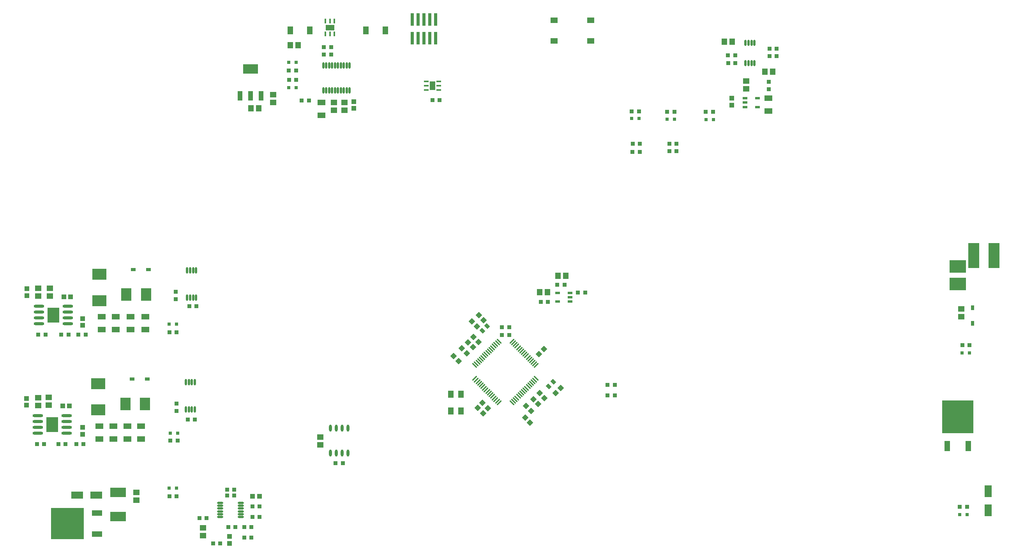
<source format=gtp>
G04*
G04 #@! TF.GenerationSoftware,Altium Limited,Altium Designer,18.1.11 (251)*
G04*
G04 Layer_Color=8421504*
%FSLAX25Y25*%
%MOIN*%
G70*
G01*
G75*
%ADD19R,0.03347X0.03543*%
%ADD20R,0.03150X0.03150*%
%ADD21R,0.26772X0.28347*%
%ADD22R,0.04528X0.08661*%
%ADD23O,0.02362X0.05906*%
G04:AMPARAMS|DCode=24|XSize=11.81mil|YSize=57.09mil|CornerRadius=0mil|HoleSize=0mil|Usage=FLASHONLY|Rotation=225.000|XOffset=0mil|YOffset=0mil|HoleType=Round|Shape=Round|*
%AMOVALD24*
21,1,0.04528,0.01181,0.00000,0.00000,315.0*
1,1,0.01181,-0.01601,0.01601*
1,1,0.01181,0.01601,-0.01601*
%
%ADD24OVALD24*%

G04:AMPARAMS|DCode=25|XSize=39.37mil|YSize=29.53mil|CornerRadius=0mil|HoleSize=0mil|Usage=FLASHONLY|Rotation=315.000|XOffset=0mil|YOffset=0mil|HoleType=Round|Shape=Rectangle|*
%AMROTATEDRECTD25*
4,1,4,-0.02436,0.00348,-0.00348,0.02436,0.02436,-0.00348,0.00348,-0.02436,-0.02436,0.00348,0.0*
%
%ADD25ROTATEDRECTD25*%

G04:AMPARAMS|DCode=26|XSize=39.37mil|YSize=41.34mil|CornerRadius=0mil|HoleSize=0mil|Usage=FLASHONLY|Rotation=45.000|XOffset=0mil|YOffset=0mil|HoleType=Round|Shape=Rectangle|*
%AMROTATEDRECTD26*
4,1,4,0.00070,-0.02854,-0.02854,0.00070,-0.00070,0.02854,0.02854,-0.00070,0.00070,-0.02854,0.0*
%
%ADD26ROTATEDRECTD26*%

G04:AMPARAMS|DCode=27|XSize=39.37mil|YSize=41.34mil|CornerRadius=0mil|HoleSize=0mil|Usage=FLASHONLY|Rotation=315.000|XOffset=0mil|YOffset=0mil|HoleType=Round|Shape=Rectangle|*
%AMROTATEDRECTD27*
4,1,4,-0.02854,-0.00070,0.00070,0.02854,0.02854,0.00070,-0.00070,-0.02854,-0.02854,-0.00070,0.0*
%
%ADD27ROTATEDRECTD27*%

%ADD28R,0.28347X0.26772*%
%ADD29R,0.08661X0.04528*%
%ADD30R,0.12205X0.09646*%
%ADD31R,0.03937X0.02953*%
%ADD32R,0.04724X0.07480*%
%ADD33R,0.03937X0.01378*%
%ADD34R,0.03000X0.11000*%
%ADD35R,0.06102X0.05118*%
%ADD36R,0.04724X0.05709*%
%ADD37R,0.03937X0.02362*%
%ADD38R,0.04921X0.06299*%
%ADD39R,0.05709X0.04724*%
G04:AMPARAMS|DCode=40|XSize=11.81mil|YSize=57.09mil|CornerRadius=0mil|HoleSize=0mil|Usage=FLASHONLY|Rotation=315.000|XOffset=0mil|YOffset=0mil|HoleType=Round|Shape=Round|*
%AMOVALD40*
21,1,0.04528,0.01181,0.00000,0.00000,45.0*
1,1,0.01181,-0.01601,-0.01601*
1,1,0.01181,0.01601,0.01601*
%
%ADD40OVALD40*%

%ADD41R,0.02953X0.03937*%
%ADD42O,0.01968X0.05315*%
%ADD43R,0.03543X0.03347*%
%ADD44R,0.07087X0.05118*%
%ADD45R,0.03937X0.04134*%
%ADD46R,0.07480X0.04724*%
%ADD47R,0.01378X0.03937*%
%ADD48R,0.05000X0.07165*%
%ADD49R,0.03937X0.08465*%
%ADD50R,0.12795X0.08465*%
%ADD51R,0.08661X0.10630*%
%ADD52R,0.04134X0.03937*%
%ADD53R,0.09843X0.12598*%
%ADD54O,0.09055X0.02362*%
%ADD55R,0.13583X0.08268*%
%ADD56O,0.01772X0.05512*%
%ADD57O,0.05315X0.01968*%
%ADD58R,0.06102X0.10039*%
%ADD59O,0.01772X0.05709*%
%ADD60R,0.09646X0.21260*%
%ADD61R,0.10039X0.06102*%
%ADD62R,0.14173X0.10630*%
D19*
X591831Y347244D02*
D03*
X597933D02*
D03*
Y353543D02*
D03*
X591831D02*
D03*
X566575Y353543D02*
D03*
X560472D02*
D03*
X560407Y346850D02*
D03*
X566510D02*
D03*
X629134Y380971D02*
D03*
X623032D02*
D03*
X590041Y380883D02*
D03*
X596143D02*
D03*
X559726Y381254D02*
D03*
X565828D02*
D03*
X454823Y196850D02*
D03*
X448721D02*
D03*
Y189961D02*
D03*
X454823D02*
D03*
X539075Y138435D02*
D03*
X545177D02*
D03*
X545136Y147441D02*
D03*
X539034D02*
D03*
X395276Y391043D02*
D03*
X389173D02*
D03*
X306398Y80315D02*
D03*
X312500D02*
D03*
X496063Y233071D02*
D03*
X502165D02*
D03*
X519882Y226378D02*
D03*
X513779D02*
D03*
X481988Y218504D02*
D03*
X488091D02*
D03*
X683776Y428839D02*
D03*
X677673D02*
D03*
Y435039D02*
D03*
X683776D02*
D03*
X648244Y422833D02*
D03*
X642142D02*
D03*
X642043Y429425D02*
D03*
X648146D02*
D03*
X277461Y390748D02*
D03*
X283563D02*
D03*
X266437Y416339D02*
D03*
X272539D02*
D03*
X266535Y408465D02*
D03*
X272638D02*
D03*
X842520Y181298D02*
D03*
X848622D02*
D03*
X84547Y96545D02*
D03*
X90650D02*
D03*
X92520Y190261D02*
D03*
X86417D02*
D03*
X77854Y190323D02*
D03*
X71752D02*
D03*
X58169D02*
D03*
X52067D02*
D03*
X75394Y96545D02*
D03*
X69291D02*
D03*
X56909Y96792D02*
D03*
X50806D02*
D03*
X219587Y52756D02*
D03*
X213484D02*
D03*
X219587Y57834D02*
D03*
X213484D02*
D03*
X187300Y214567D02*
D03*
X181198D02*
D03*
X186122Y117796D02*
D03*
X180020D02*
D03*
X170374Y51989D02*
D03*
X164272D02*
D03*
X165059Y99725D02*
D03*
X171161D02*
D03*
X170374Y192323D02*
D03*
X164272D02*
D03*
X189862Y33465D02*
D03*
X195965D02*
D03*
X235138Y43307D02*
D03*
X241240D02*
D03*
X235138Y34449D02*
D03*
X241240D02*
D03*
X234350Y25748D02*
D03*
X228248D02*
D03*
Y16732D02*
D03*
X234350D02*
D03*
X220571Y25748D02*
D03*
X214469D02*
D03*
X201673Y11811D02*
D03*
X207776D02*
D03*
X840438Y43110D02*
D03*
X846541D02*
D03*
D20*
X629624Y374410D02*
D03*
X623325D02*
D03*
X589845Y374637D02*
D03*
X596144D02*
D03*
X559726Y375394D02*
D03*
X566025D02*
D03*
X272736Y401772D02*
D03*
X266437D02*
D03*
X848622Y174605D02*
D03*
X842323D02*
D03*
X170374Y59055D02*
D03*
X164075D02*
D03*
X171260Y105966D02*
D03*
X164961D02*
D03*
X163976Y199350D02*
D03*
X170276D02*
D03*
X846642Y36417D02*
D03*
X840343D02*
D03*
X272638Y423228D02*
D03*
X266339D02*
D03*
D21*
X838583Y120079D02*
D03*
D22*
X847559Y94882D02*
D03*
X829606D02*
D03*
D23*
X301805Y110412D02*
D03*
X316805D02*
D03*
X311805D02*
D03*
X306805D02*
D03*
X316805Y89152D02*
D03*
X311805D02*
D03*
X306805D02*
D03*
X301805D02*
D03*
D24*
X428145Y166645D02*
D03*
X429536Y168037D02*
D03*
X446240Y184741D02*
D03*
X444848Y183349D02*
D03*
X443456Y181957D02*
D03*
X442064Y180565D02*
D03*
X440672Y179173D02*
D03*
X439280Y177781D02*
D03*
X437888Y176389D02*
D03*
X436496Y174997D02*
D03*
X435104Y173605D02*
D03*
X433712Y172213D02*
D03*
X432320Y170821D02*
D03*
X430928Y169429D02*
D03*
X426753Y165253D02*
D03*
X425361Y163861D02*
D03*
X457236Y131986D02*
D03*
X458628Y133378D02*
D03*
X460020Y134770D02*
D03*
X461412Y136162D02*
D03*
X462804Y137554D02*
D03*
X464196Y138946D02*
D03*
X465588Y140338D02*
D03*
X466980Y141729D02*
D03*
X468372Y143122D02*
D03*
X469764Y144513D02*
D03*
X471156Y145905D02*
D03*
X472547Y147297D02*
D03*
X473939Y148689D02*
D03*
X475331Y150081D02*
D03*
X476723Y151473D02*
D03*
X478115Y152865D02*
D03*
D25*
X432037Y193651D02*
D03*
X436073Y197688D02*
D03*
X488624Y146013D02*
D03*
X492661Y150050D02*
D03*
D26*
X432992Y202816D02*
D03*
X428816Y206992D02*
D03*
X424375Y188308D02*
D03*
X428551Y184133D02*
D03*
X427278Y197501D02*
D03*
X423103Y201677D02*
D03*
X472638Y115157D02*
D03*
X468462Y119333D02*
D03*
X411537Y167735D02*
D03*
X407361Y171911D02*
D03*
X418623Y174440D02*
D03*
X414447Y178615D02*
D03*
X419644Y183734D02*
D03*
X423820Y179558D02*
D03*
X479647Y130983D02*
D03*
X475471Y135159D02*
D03*
X480803Y140277D02*
D03*
X484979Y136101D02*
D03*
X469410Y129212D02*
D03*
X473586Y125036D02*
D03*
D27*
X494630Y140461D02*
D03*
X498805Y144637D02*
D03*
X432009Y131968D02*
D03*
X427833Y127792D02*
D03*
X432558Y123109D02*
D03*
X436734Y127285D02*
D03*
X480315Y173726D02*
D03*
X484491Y177902D02*
D03*
D28*
X77067Y28543D02*
D03*
D29*
X102264Y37520D02*
D03*
Y19567D02*
D03*
D30*
X103347Y125867D02*
D03*
Y148308D02*
D03*
X104331Y219488D02*
D03*
Y241929D02*
D03*
D31*
X132185Y152363D02*
D03*
X145374D02*
D03*
X133169Y245984D02*
D03*
X146358D02*
D03*
D32*
X389272Y403373D02*
D03*
D33*
X383878Y407113D02*
D03*
Y403373D02*
D03*
Y399633D02*
D03*
X394665Y407113D02*
D03*
Y403373D02*
D03*
Y399633D02*
D03*
D34*
X391890Y443898D02*
D03*
X386890D02*
D03*
X381890D02*
D03*
X376890D02*
D03*
X371890D02*
D03*
Y459882D02*
D03*
X376890D02*
D03*
X381890D02*
D03*
X386890D02*
D03*
X391890D02*
D03*
D35*
X493392Y459361D02*
D03*
X524691D02*
D03*
X493392Y441644D02*
D03*
X524691D02*
D03*
D36*
X503346Y240551D02*
D03*
X496654D02*
D03*
X487713Y226645D02*
D03*
X481020D02*
D03*
X638894Y441043D02*
D03*
X645587D02*
D03*
X680429Y415354D02*
D03*
X673736D02*
D03*
X233858Y383858D02*
D03*
X240551D02*
D03*
X267520Y437992D02*
D03*
X274213D02*
D03*
D37*
X506988Y218701D02*
D03*
Y222441D02*
D03*
Y226181D02*
D03*
X496161D02*
D03*
Y218701D02*
D03*
X656610Y392620D02*
D03*
Y388880D02*
D03*
Y385140D02*
D03*
X667240D02*
D03*
Y392620D02*
D03*
D38*
X413780Y139451D02*
D03*
Y124884D02*
D03*
X405118D02*
D03*
Y139451D02*
D03*
D39*
X293138Y102835D02*
D03*
Y96142D02*
D03*
X841535Y205709D02*
D03*
Y212402D02*
D03*
X657693Y400591D02*
D03*
Y407283D02*
D03*
X252953Y388976D02*
D03*
Y395669D02*
D03*
X61024Y129863D02*
D03*
Y136556D02*
D03*
X62008Y223425D02*
D03*
Y230118D02*
D03*
X52036D02*
D03*
Y223425D02*
D03*
X313976Y389173D02*
D03*
Y382480D02*
D03*
X305118D02*
D03*
Y389173D02*
D03*
X192913Y25000D02*
D03*
Y18307D02*
D03*
X135827Y48819D02*
D03*
Y55512D02*
D03*
X51839Y136497D02*
D03*
Y129804D02*
D03*
D40*
X478115Y163861D02*
D03*
X476723Y165253D02*
D03*
X475331Y166645D02*
D03*
X473939Y168037D02*
D03*
X472547Y169429D02*
D03*
X471156Y170821D02*
D03*
X469764Y172213D02*
D03*
X468372Y173605D02*
D03*
X466980Y174997D02*
D03*
X465588Y176389D02*
D03*
X464196Y177781D02*
D03*
X462804Y179173D02*
D03*
X461412Y180565D02*
D03*
X460020Y181957D02*
D03*
X458628Y183349D02*
D03*
X457236Y184741D02*
D03*
X425361Y152865D02*
D03*
X426753Y151473D02*
D03*
X428145Y150081D02*
D03*
X429536Y148689D02*
D03*
X430928Y147297D02*
D03*
X432320Y145905D02*
D03*
X433712Y144513D02*
D03*
X435104Y143122D02*
D03*
X436496Y141729D02*
D03*
X437888Y140338D02*
D03*
X439280Y138946D02*
D03*
X440672Y137554D02*
D03*
X442064Y136162D02*
D03*
X443456Y134770D02*
D03*
X444848Y133378D02*
D03*
X446240Y131986D02*
D03*
D41*
X851378Y213326D02*
D03*
Y200137D02*
D03*
D42*
X664780Y440059D02*
D03*
X662221D02*
D03*
X659662D02*
D03*
X657103D02*
D03*
X664780Y422539D02*
D03*
X662221D02*
D03*
X659662D02*
D03*
X657103D02*
D03*
D43*
X676886Y406595D02*
D03*
Y400492D02*
D03*
X302795Y430118D02*
D03*
Y436221D02*
D03*
X296299Y430118D02*
D03*
Y436221D02*
D03*
X169485Y226870D02*
D03*
Y220768D02*
D03*
X170276Y131281D02*
D03*
Y125178D02*
D03*
D44*
X676689Y392620D02*
D03*
Y381596D02*
D03*
X294449Y388976D02*
D03*
Y377953D02*
D03*
X140059Y112126D02*
D03*
Y101103D02*
D03*
X128248Y112126D02*
D03*
Y101103D02*
D03*
X116142D02*
D03*
Y112126D02*
D03*
X104331D02*
D03*
Y101103D02*
D03*
X143701Y205846D02*
D03*
Y194822D02*
D03*
X130905Y205709D02*
D03*
Y194685D02*
D03*
X118405Y205747D02*
D03*
Y194724D02*
D03*
X106299Y205747D02*
D03*
Y194724D02*
D03*
D45*
X645252Y386811D02*
D03*
Y392717D02*
D03*
X321915Y383858D02*
D03*
Y389764D02*
D03*
X89961Y105060D02*
D03*
Y110966D02*
D03*
X89961Y198228D02*
D03*
Y204134D02*
D03*
X42323Y229724D02*
D03*
Y223819D02*
D03*
X42126Y135785D02*
D03*
Y129880D02*
D03*
X215555Y17717D02*
D03*
Y11811D02*
D03*
D46*
X301476Y453150D02*
D03*
D47*
X305217Y458543D02*
D03*
X301476D02*
D03*
X297736D02*
D03*
X305217Y447756D02*
D03*
X301476D02*
D03*
X297736D02*
D03*
D48*
X284449Y450787D02*
D03*
X267756D02*
D03*
X332205D02*
D03*
X348898D02*
D03*
D49*
X224501Y394783D02*
D03*
X233556D02*
D03*
X242612D02*
D03*
D50*
X233556Y417815D02*
D03*
D51*
X144193Y224803D02*
D03*
X127461D02*
D03*
X126476Y131182D02*
D03*
X143209D02*
D03*
D52*
X79724Y222835D02*
D03*
X73819D02*
D03*
X78740Y129272D02*
D03*
X72835D02*
D03*
X241142Y52165D02*
D03*
X235236D02*
D03*
D53*
X63976Y113466D02*
D03*
X64961Y207087D02*
D03*
D54*
X76378Y105966D02*
D03*
Y110966D02*
D03*
Y115966D02*
D03*
Y120966D02*
D03*
X51575Y105966D02*
D03*
Y110966D02*
D03*
Y115966D02*
D03*
Y120966D02*
D03*
X77362Y199587D02*
D03*
Y204587D02*
D03*
Y209587D02*
D03*
Y214587D02*
D03*
X52559Y199587D02*
D03*
Y204587D02*
D03*
Y209587D02*
D03*
Y214587D02*
D03*
D55*
X120374Y55415D02*
D03*
Y34745D02*
D03*
D56*
X187103Y245276D02*
D03*
X184544D02*
D03*
X181985D02*
D03*
X179426D02*
D03*
X187103Y222047D02*
D03*
X184544D02*
D03*
X181985D02*
D03*
X179426D02*
D03*
X185925Y149686D02*
D03*
X183366D02*
D03*
X180807D02*
D03*
X178248D02*
D03*
X185925Y126458D02*
D03*
X183366D02*
D03*
X180807D02*
D03*
X178248D02*
D03*
D57*
X207776Y46407D02*
D03*
Y43986D02*
D03*
Y41565D02*
D03*
Y39144D02*
D03*
Y36722D02*
D03*
Y34301D02*
D03*
X225295Y46407D02*
D03*
Y43986D02*
D03*
Y41565D02*
D03*
Y39144D02*
D03*
Y36722D02*
D03*
Y34301D02*
D03*
D58*
X864543Y56267D02*
D03*
Y40126D02*
D03*
D59*
X318366Y420768D02*
D03*
X315866D02*
D03*
X313366D02*
D03*
X310866D02*
D03*
X308366D02*
D03*
X305866D02*
D03*
X303366D02*
D03*
X300866D02*
D03*
X298366D02*
D03*
X295866D02*
D03*
X318366Y399311D02*
D03*
X315866D02*
D03*
X313366D02*
D03*
X310866D02*
D03*
X308366D02*
D03*
X305866D02*
D03*
X303366D02*
D03*
X300866D02*
D03*
X298366D02*
D03*
X295866D02*
D03*
D60*
X869734Y257874D02*
D03*
X852411D02*
D03*
D61*
X85433Y53150D02*
D03*
X101575D02*
D03*
D62*
X838583Y233760D02*
D03*
Y248524D02*
D03*
M02*

</source>
